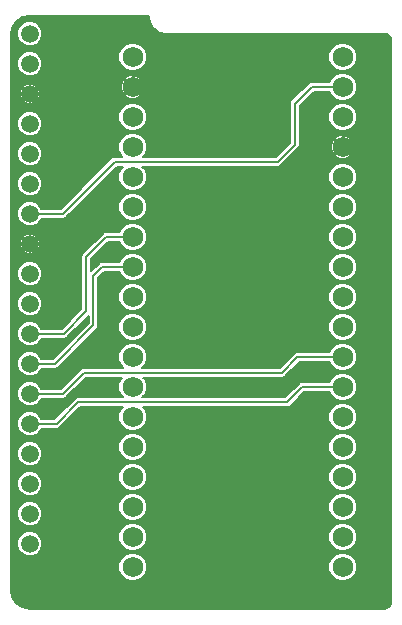
<source format=gbr>
G04 #@! TF.FileFunction,Copper,L2,Bot,Signal*
%FSLAX46Y46*%
G04 Gerber Fmt 4.6, Leading zero omitted, Abs format (unit mm)*
G04 Created by KiCad (PCBNEW 4.0.6-e0-6349~53~ubuntu14.04.1) date Thu Apr  6 14:21:28 2017*
%MOMM*%
%LPD*%
G01*
G04 APERTURE LIST*
%ADD10C,0.100000*%
%ADD11C,1.752600*%
%ADD12C,1.500000*%
%ADD13C,0.200000*%
G04 APERTURE END LIST*
D10*
D11*
X136710000Y-82880000D03*
X136710000Y-85420000D03*
X136710000Y-87960000D03*
X136710000Y-90500000D03*
X136710000Y-93040000D03*
X136710000Y-95580000D03*
X136710000Y-98120000D03*
X136710000Y-100660000D03*
X136710000Y-103200000D03*
X136710000Y-105740000D03*
X136710000Y-108280000D03*
X136710000Y-110820000D03*
X136710000Y-113360000D03*
X136710000Y-115900000D03*
X136710000Y-118440000D03*
X136710000Y-120980000D03*
X136710000Y-123520000D03*
X136710000Y-126060000D03*
X154490000Y-82880000D03*
X154490000Y-85420000D03*
X154490000Y-87960000D03*
X154490000Y-90500000D03*
X154490000Y-93040000D03*
X154490000Y-95580000D03*
X154490000Y-98120000D03*
X154490000Y-100660000D03*
X154490000Y-103200000D03*
X154490000Y-105740000D03*
X154490000Y-108280000D03*
X154490000Y-110820000D03*
X154490000Y-113360000D03*
X154490000Y-115900000D03*
X154490000Y-118440000D03*
X154490000Y-120980000D03*
X154490000Y-123520000D03*
X154490000Y-126060000D03*
D12*
X128000000Y-85990000D03*
X128000000Y-88530000D03*
X128000000Y-91070000D03*
X128000000Y-93610000D03*
X128000000Y-96150000D03*
X128000000Y-98690000D03*
X128000000Y-101230000D03*
X128000000Y-103770000D03*
X128000000Y-106310000D03*
X128000000Y-108850000D03*
X128000000Y-111390000D03*
X128000000Y-113930000D03*
X128000000Y-116470000D03*
X128000000Y-119010000D03*
X128000000Y-121550000D03*
X128000000Y-124090000D03*
X128000000Y-83450000D03*
X128000000Y-80910000D03*
D13*
X128000000Y-96150000D02*
X130800000Y-96150000D01*
X151880000Y-85420000D02*
X154490000Y-85420000D01*
X150450000Y-86850000D02*
X151880000Y-85420000D01*
X150450000Y-90300000D02*
X150450000Y-86850000D01*
X149000000Y-91750000D02*
X150450000Y-90300000D01*
X135200000Y-91750000D02*
X149000000Y-91750000D01*
X130800000Y-96150000D02*
X135200000Y-91750000D01*
X128000000Y-106310000D02*
X130890000Y-106310000D01*
X134480000Y-98120000D02*
X136710000Y-98120000D01*
X132800000Y-99800000D02*
X134480000Y-98120000D01*
X132800000Y-104400000D02*
X132800000Y-99800000D01*
X130890000Y-106310000D02*
X132800000Y-104400000D01*
X128000000Y-108850000D02*
X130150000Y-108850000D01*
X134140000Y-100660000D02*
X136710000Y-100660000D01*
X133400000Y-101400000D02*
X134140000Y-100660000D01*
X133400000Y-105600000D02*
X133400000Y-101400000D01*
X130150000Y-108850000D02*
X133400000Y-105600000D01*
X128000000Y-111390000D02*
X130810000Y-111390000D01*
X150670000Y-108280000D02*
X154490000Y-108280000D01*
X149350000Y-109600000D02*
X150670000Y-108280000D01*
X132600000Y-109600000D02*
X149350000Y-109600000D01*
X130810000Y-111390000D02*
X132600000Y-109600000D01*
X128000000Y-113930000D02*
X130270000Y-113930000D01*
X151080000Y-110820000D02*
X154490000Y-110820000D01*
X149800000Y-112100000D02*
X151080000Y-110820000D01*
X132100000Y-112100000D02*
X149800000Y-112100000D01*
X130270000Y-113930000D02*
X132100000Y-112100000D01*
G36*
X138037220Y-79410142D02*
X138068774Y-79431225D01*
X138089859Y-79462781D01*
X138112590Y-79577060D01*
X138188710Y-79959743D01*
X138247689Y-80102133D01*
X138464462Y-80426557D01*
X138518953Y-80481047D01*
X138573443Y-80535538D01*
X138897867Y-80752310D01*
X139040256Y-80811290D01*
X139040257Y-80811290D01*
X139422940Y-80887410D01*
X139461843Y-80887410D01*
X139500000Y-80895000D01*
X157961098Y-80895000D01*
X158228561Y-80948201D01*
X158422327Y-81077671D01*
X158551799Y-81271440D01*
X158605000Y-81538902D01*
X158605000Y-128961098D01*
X158551799Y-129228560D01*
X158422327Y-129422329D01*
X158228561Y-129551799D01*
X157961098Y-129605000D01*
X128038903Y-129605000D01*
X127388755Y-129475677D01*
X126870565Y-129129435D01*
X126524323Y-128611245D01*
X126395000Y-127961096D01*
X126395000Y-126296915D01*
X135513493Y-126296915D01*
X135695235Y-126736764D01*
X136031466Y-127073583D01*
X136470997Y-127256092D01*
X136946915Y-127256507D01*
X137386764Y-127074765D01*
X137723583Y-126738534D01*
X137906092Y-126299003D01*
X137906093Y-126296915D01*
X153293493Y-126296915D01*
X153475235Y-126736764D01*
X153811466Y-127073583D01*
X154250997Y-127256092D01*
X154726915Y-127256507D01*
X155166764Y-127074765D01*
X155503583Y-126738534D01*
X155686092Y-126299003D01*
X155686507Y-125823085D01*
X155504765Y-125383236D01*
X155168534Y-125046417D01*
X154729003Y-124863908D01*
X154253085Y-124863493D01*
X153813236Y-125045235D01*
X153476417Y-125381466D01*
X153293908Y-125820997D01*
X153293493Y-126296915D01*
X137906093Y-126296915D01*
X137906507Y-125823085D01*
X137724765Y-125383236D01*
X137388534Y-125046417D01*
X136949003Y-124863908D01*
X136473085Y-124863493D01*
X136033236Y-125045235D01*
X135696417Y-125381466D01*
X135513908Y-125820997D01*
X135513493Y-126296915D01*
X126395000Y-126296915D01*
X126395000Y-124301902D01*
X126929814Y-124301902D01*
X127092369Y-124695315D01*
X127393102Y-124996573D01*
X127786230Y-125159814D01*
X128211902Y-125160186D01*
X128605315Y-124997631D01*
X128906573Y-124696898D01*
X129069814Y-124303770D01*
X129070186Y-123878098D01*
X129020115Y-123756915D01*
X135513493Y-123756915D01*
X135695235Y-124196764D01*
X136031466Y-124533583D01*
X136470997Y-124716092D01*
X136946915Y-124716507D01*
X137386764Y-124534765D01*
X137723583Y-124198534D01*
X137906092Y-123759003D01*
X137906093Y-123756915D01*
X153293493Y-123756915D01*
X153475235Y-124196764D01*
X153811466Y-124533583D01*
X154250997Y-124716092D01*
X154726915Y-124716507D01*
X155166764Y-124534765D01*
X155503583Y-124198534D01*
X155686092Y-123759003D01*
X155686507Y-123283085D01*
X155504765Y-122843236D01*
X155168534Y-122506417D01*
X154729003Y-122323908D01*
X154253085Y-122323493D01*
X153813236Y-122505235D01*
X153476417Y-122841466D01*
X153293908Y-123280997D01*
X153293493Y-123756915D01*
X137906093Y-123756915D01*
X137906507Y-123283085D01*
X137724765Y-122843236D01*
X137388534Y-122506417D01*
X136949003Y-122323908D01*
X136473085Y-122323493D01*
X136033236Y-122505235D01*
X135696417Y-122841466D01*
X135513908Y-123280997D01*
X135513493Y-123756915D01*
X129020115Y-123756915D01*
X128907631Y-123484685D01*
X128606898Y-123183427D01*
X128213770Y-123020186D01*
X127788098Y-123019814D01*
X127394685Y-123182369D01*
X127093427Y-123483102D01*
X126930186Y-123876230D01*
X126929814Y-124301902D01*
X126395000Y-124301902D01*
X126395000Y-121761902D01*
X126929814Y-121761902D01*
X127092369Y-122155315D01*
X127393102Y-122456573D01*
X127786230Y-122619814D01*
X128211902Y-122620186D01*
X128605315Y-122457631D01*
X128906573Y-122156898D01*
X129069814Y-121763770D01*
X129070186Y-121338098D01*
X129020115Y-121216915D01*
X135513493Y-121216915D01*
X135695235Y-121656764D01*
X136031466Y-121993583D01*
X136470997Y-122176092D01*
X136946915Y-122176507D01*
X137386764Y-121994765D01*
X137723583Y-121658534D01*
X137906092Y-121219003D01*
X137906093Y-121216915D01*
X153293493Y-121216915D01*
X153475235Y-121656764D01*
X153811466Y-121993583D01*
X154250997Y-122176092D01*
X154726915Y-122176507D01*
X155166764Y-121994765D01*
X155503583Y-121658534D01*
X155686092Y-121219003D01*
X155686507Y-120743085D01*
X155504765Y-120303236D01*
X155168534Y-119966417D01*
X154729003Y-119783908D01*
X154253085Y-119783493D01*
X153813236Y-119965235D01*
X153476417Y-120301466D01*
X153293908Y-120740997D01*
X153293493Y-121216915D01*
X137906093Y-121216915D01*
X137906507Y-120743085D01*
X137724765Y-120303236D01*
X137388534Y-119966417D01*
X136949003Y-119783908D01*
X136473085Y-119783493D01*
X136033236Y-119965235D01*
X135696417Y-120301466D01*
X135513908Y-120740997D01*
X135513493Y-121216915D01*
X129020115Y-121216915D01*
X128907631Y-120944685D01*
X128606898Y-120643427D01*
X128213770Y-120480186D01*
X127788098Y-120479814D01*
X127394685Y-120642369D01*
X127093427Y-120943102D01*
X126930186Y-121336230D01*
X126929814Y-121761902D01*
X126395000Y-121761902D01*
X126395000Y-119221902D01*
X126929814Y-119221902D01*
X127092369Y-119615315D01*
X127393102Y-119916573D01*
X127786230Y-120079814D01*
X128211902Y-120080186D01*
X128605315Y-119917631D01*
X128906573Y-119616898D01*
X129069814Y-119223770D01*
X129070186Y-118798098D01*
X129020115Y-118676915D01*
X135513493Y-118676915D01*
X135695235Y-119116764D01*
X136031466Y-119453583D01*
X136470997Y-119636092D01*
X136946915Y-119636507D01*
X137386764Y-119454765D01*
X137723583Y-119118534D01*
X137906092Y-118679003D01*
X137906093Y-118676915D01*
X153293493Y-118676915D01*
X153475235Y-119116764D01*
X153811466Y-119453583D01*
X154250997Y-119636092D01*
X154726915Y-119636507D01*
X155166764Y-119454765D01*
X155503583Y-119118534D01*
X155686092Y-118679003D01*
X155686507Y-118203085D01*
X155504765Y-117763236D01*
X155168534Y-117426417D01*
X154729003Y-117243908D01*
X154253085Y-117243493D01*
X153813236Y-117425235D01*
X153476417Y-117761466D01*
X153293908Y-118200997D01*
X153293493Y-118676915D01*
X137906093Y-118676915D01*
X137906507Y-118203085D01*
X137724765Y-117763236D01*
X137388534Y-117426417D01*
X136949003Y-117243908D01*
X136473085Y-117243493D01*
X136033236Y-117425235D01*
X135696417Y-117761466D01*
X135513908Y-118200997D01*
X135513493Y-118676915D01*
X129020115Y-118676915D01*
X128907631Y-118404685D01*
X128606898Y-118103427D01*
X128213770Y-117940186D01*
X127788098Y-117939814D01*
X127394685Y-118102369D01*
X127093427Y-118403102D01*
X126930186Y-118796230D01*
X126929814Y-119221902D01*
X126395000Y-119221902D01*
X126395000Y-116681902D01*
X126929814Y-116681902D01*
X127092369Y-117075315D01*
X127393102Y-117376573D01*
X127786230Y-117539814D01*
X128211902Y-117540186D01*
X128605315Y-117377631D01*
X128906573Y-117076898D01*
X129069814Y-116683770D01*
X129070186Y-116258098D01*
X129020115Y-116136915D01*
X135513493Y-116136915D01*
X135695235Y-116576764D01*
X136031466Y-116913583D01*
X136470997Y-117096092D01*
X136946915Y-117096507D01*
X137386764Y-116914765D01*
X137723583Y-116578534D01*
X137906092Y-116139003D01*
X137906093Y-116136915D01*
X153293493Y-116136915D01*
X153475235Y-116576764D01*
X153811466Y-116913583D01*
X154250997Y-117096092D01*
X154726915Y-117096507D01*
X155166764Y-116914765D01*
X155503583Y-116578534D01*
X155686092Y-116139003D01*
X155686507Y-115663085D01*
X155504765Y-115223236D01*
X155168534Y-114886417D01*
X154729003Y-114703908D01*
X154253085Y-114703493D01*
X153813236Y-114885235D01*
X153476417Y-115221466D01*
X153293908Y-115660997D01*
X153293493Y-116136915D01*
X137906093Y-116136915D01*
X137906507Y-115663085D01*
X137724765Y-115223236D01*
X137388534Y-114886417D01*
X136949003Y-114703908D01*
X136473085Y-114703493D01*
X136033236Y-114885235D01*
X135696417Y-115221466D01*
X135513908Y-115660997D01*
X135513493Y-116136915D01*
X129020115Y-116136915D01*
X128907631Y-115864685D01*
X128606898Y-115563427D01*
X128213770Y-115400186D01*
X127788098Y-115399814D01*
X127394685Y-115562369D01*
X127093427Y-115863102D01*
X126930186Y-116256230D01*
X126929814Y-116681902D01*
X126395000Y-116681902D01*
X126395000Y-111601902D01*
X126929814Y-111601902D01*
X127092369Y-111995315D01*
X127393102Y-112296573D01*
X127786230Y-112459814D01*
X128211902Y-112460186D01*
X128605315Y-112297631D01*
X128906573Y-111996898D01*
X128984180Y-111810000D01*
X130810000Y-111810000D01*
X130970727Y-111778029D01*
X131106985Y-111686985D01*
X132773970Y-110020000D01*
X135818095Y-110020000D01*
X135696417Y-110141466D01*
X135513908Y-110580997D01*
X135513493Y-111056915D01*
X135695235Y-111496764D01*
X135878151Y-111680000D01*
X132100000Y-111680000D01*
X131939273Y-111711971D01*
X131803015Y-111803015D01*
X130096030Y-113510000D01*
X128984202Y-113510000D01*
X128907631Y-113324685D01*
X128606898Y-113023427D01*
X128213770Y-112860186D01*
X127788098Y-112859814D01*
X127394685Y-113022369D01*
X127093427Y-113323102D01*
X126930186Y-113716230D01*
X126929814Y-114141902D01*
X127092369Y-114535315D01*
X127393102Y-114836573D01*
X127786230Y-114999814D01*
X128211902Y-115000186D01*
X128605315Y-114837631D01*
X128906573Y-114536898D01*
X128984180Y-114350000D01*
X130270000Y-114350000D01*
X130430727Y-114318029D01*
X130566985Y-114226985D01*
X132273970Y-112520000D01*
X135858165Y-112520000D01*
X135696417Y-112681466D01*
X135513908Y-113120997D01*
X135513493Y-113596915D01*
X135695235Y-114036764D01*
X136031466Y-114373583D01*
X136470997Y-114556092D01*
X136946915Y-114556507D01*
X137386764Y-114374765D01*
X137723583Y-114038534D01*
X137906092Y-113599003D01*
X137906093Y-113596915D01*
X153293493Y-113596915D01*
X153475235Y-114036764D01*
X153811466Y-114373583D01*
X154250997Y-114556092D01*
X154726915Y-114556507D01*
X155166764Y-114374765D01*
X155503583Y-114038534D01*
X155686092Y-113599003D01*
X155686507Y-113123085D01*
X155504765Y-112683236D01*
X155168534Y-112346417D01*
X154729003Y-112163908D01*
X154253085Y-112163493D01*
X153813236Y-112345235D01*
X153476417Y-112681466D01*
X153293908Y-113120997D01*
X153293493Y-113596915D01*
X137906093Y-113596915D01*
X137906507Y-113123085D01*
X137724765Y-112683236D01*
X137561814Y-112520000D01*
X149800000Y-112520000D01*
X149960727Y-112488029D01*
X150096985Y-112396985D01*
X151253970Y-111240000D01*
X153369142Y-111240000D01*
X153475235Y-111496764D01*
X153811466Y-111833583D01*
X154250997Y-112016092D01*
X154726915Y-112016507D01*
X155166764Y-111834765D01*
X155503583Y-111498534D01*
X155686092Y-111059003D01*
X155686507Y-110583085D01*
X155504765Y-110143236D01*
X155168534Y-109806417D01*
X154729003Y-109623908D01*
X154253085Y-109623493D01*
X153813236Y-109805235D01*
X153476417Y-110141466D01*
X153369064Y-110400000D01*
X151080000Y-110400000D01*
X150919273Y-110431971D01*
X150783015Y-110523015D01*
X149626030Y-111680000D01*
X137541800Y-111680000D01*
X137723583Y-111498534D01*
X137906092Y-111059003D01*
X137906507Y-110583085D01*
X137724765Y-110143236D01*
X137601744Y-110020000D01*
X149350000Y-110020000D01*
X149510727Y-109988029D01*
X149646985Y-109896985D01*
X150843970Y-108700000D01*
X153369142Y-108700000D01*
X153475235Y-108956764D01*
X153811466Y-109293583D01*
X154250997Y-109476092D01*
X154726915Y-109476507D01*
X155166764Y-109294765D01*
X155503583Y-108958534D01*
X155686092Y-108519003D01*
X155686507Y-108043085D01*
X155504765Y-107603236D01*
X155168534Y-107266417D01*
X154729003Y-107083908D01*
X154253085Y-107083493D01*
X153813236Y-107265235D01*
X153476417Y-107601466D01*
X153369064Y-107860000D01*
X150670000Y-107860000D01*
X150509273Y-107891971D01*
X150373015Y-107983015D01*
X149176030Y-109180000D01*
X137501730Y-109180000D01*
X137723583Y-108958534D01*
X137906092Y-108519003D01*
X137906507Y-108043085D01*
X137724765Y-107603236D01*
X137388534Y-107266417D01*
X136949003Y-107083908D01*
X136473085Y-107083493D01*
X136033236Y-107265235D01*
X135696417Y-107601466D01*
X135513908Y-108040997D01*
X135513493Y-108516915D01*
X135695235Y-108956764D01*
X135918081Y-109180000D01*
X132600000Y-109180000D01*
X132439273Y-109211971D01*
X132303015Y-109303015D01*
X130636030Y-110970000D01*
X128984202Y-110970000D01*
X128907631Y-110784685D01*
X128606898Y-110483427D01*
X128213770Y-110320186D01*
X127788098Y-110319814D01*
X127394685Y-110482369D01*
X127093427Y-110783102D01*
X126930186Y-111176230D01*
X126929814Y-111601902D01*
X126395000Y-111601902D01*
X126395000Y-106521902D01*
X126929814Y-106521902D01*
X127092369Y-106915315D01*
X127393102Y-107216573D01*
X127786230Y-107379814D01*
X128211902Y-107380186D01*
X128605315Y-107217631D01*
X128906573Y-106916898D01*
X128984180Y-106730000D01*
X130890000Y-106730000D01*
X131050727Y-106698029D01*
X131186985Y-106606985D01*
X132980000Y-104813970D01*
X132980000Y-105426030D01*
X129976030Y-108430000D01*
X128984202Y-108430000D01*
X128907631Y-108244685D01*
X128606898Y-107943427D01*
X128213770Y-107780186D01*
X127788098Y-107779814D01*
X127394685Y-107942369D01*
X127093427Y-108243102D01*
X126930186Y-108636230D01*
X126929814Y-109061902D01*
X127092369Y-109455315D01*
X127393102Y-109756573D01*
X127786230Y-109919814D01*
X128211902Y-109920186D01*
X128605315Y-109757631D01*
X128906573Y-109456898D01*
X128984180Y-109270000D01*
X130150000Y-109270000D01*
X130310727Y-109238029D01*
X130446985Y-109146985D01*
X133617055Y-105976915D01*
X135513493Y-105976915D01*
X135695235Y-106416764D01*
X136031466Y-106753583D01*
X136470997Y-106936092D01*
X136946915Y-106936507D01*
X137386764Y-106754765D01*
X137723583Y-106418534D01*
X137906092Y-105979003D01*
X137906093Y-105976915D01*
X153293493Y-105976915D01*
X153475235Y-106416764D01*
X153811466Y-106753583D01*
X154250997Y-106936092D01*
X154726915Y-106936507D01*
X155166764Y-106754765D01*
X155503583Y-106418534D01*
X155686092Y-105979003D01*
X155686507Y-105503085D01*
X155504765Y-105063236D01*
X155168534Y-104726417D01*
X154729003Y-104543908D01*
X154253085Y-104543493D01*
X153813236Y-104725235D01*
X153476417Y-105061466D01*
X153293908Y-105500997D01*
X153293493Y-105976915D01*
X137906093Y-105976915D01*
X137906507Y-105503085D01*
X137724765Y-105063236D01*
X137388534Y-104726417D01*
X136949003Y-104543908D01*
X136473085Y-104543493D01*
X136033236Y-104725235D01*
X135696417Y-105061466D01*
X135513908Y-105500997D01*
X135513493Y-105976915D01*
X133617055Y-105976915D01*
X133696985Y-105896985D01*
X133788029Y-105760727D01*
X133820000Y-105600000D01*
X133820000Y-103436915D01*
X135513493Y-103436915D01*
X135695235Y-103876764D01*
X136031466Y-104213583D01*
X136470997Y-104396092D01*
X136946915Y-104396507D01*
X137386764Y-104214765D01*
X137723583Y-103878534D01*
X137906092Y-103439003D01*
X137906093Y-103436915D01*
X153293493Y-103436915D01*
X153475235Y-103876764D01*
X153811466Y-104213583D01*
X154250997Y-104396092D01*
X154726915Y-104396507D01*
X155166764Y-104214765D01*
X155503583Y-103878534D01*
X155686092Y-103439003D01*
X155686507Y-102963085D01*
X155504765Y-102523236D01*
X155168534Y-102186417D01*
X154729003Y-102003908D01*
X154253085Y-102003493D01*
X153813236Y-102185235D01*
X153476417Y-102521466D01*
X153293908Y-102960997D01*
X153293493Y-103436915D01*
X137906093Y-103436915D01*
X137906507Y-102963085D01*
X137724765Y-102523236D01*
X137388534Y-102186417D01*
X136949003Y-102003908D01*
X136473085Y-102003493D01*
X136033236Y-102185235D01*
X135696417Y-102521466D01*
X135513908Y-102960997D01*
X135513493Y-103436915D01*
X133820000Y-103436915D01*
X133820000Y-101573970D01*
X134313970Y-101080000D01*
X135589142Y-101080000D01*
X135695235Y-101336764D01*
X136031466Y-101673583D01*
X136470997Y-101856092D01*
X136946915Y-101856507D01*
X137386764Y-101674765D01*
X137723583Y-101338534D01*
X137906092Y-100899003D01*
X137906093Y-100896915D01*
X153293493Y-100896915D01*
X153475235Y-101336764D01*
X153811466Y-101673583D01*
X154250997Y-101856092D01*
X154726915Y-101856507D01*
X155166764Y-101674765D01*
X155503583Y-101338534D01*
X155686092Y-100899003D01*
X155686507Y-100423085D01*
X155504765Y-99983236D01*
X155168534Y-99646417D01*
X154729003Y-99463908D01*
X154253085Y-99463493D01*
X153813236Y-99645235D01*
X153476417Y-99981466D01*
X153293908Y-100420997D01*
X153293493Y-100896915D01*
X137906093Y-100896915D01*
X137906507Y-100423085D01*
X137724765Y-99983236D01*
X137388534Y-99646417D01*
X136949003Y-99463908D01*
X136473085Y-99463493D01*
X136033236Y-99645235D01*
X135696417Y-99981466D01*
X135589064Y-100240000D01*
X134140000Y-100240000D01*
X133979273Y-100271971D01*
X133843015Y-100363015D01*
X133220000Y-100986030D01*
X133220000Y-99973970D01*
X134653970Y-98540000D01*
X135589142Y-98540000D01*
X135695235Y-98796764D01*
X136031466Y-99133583D01*
X136470997Y-99316092D01*
X136946915Y-99316507D01*
X137386764Y-99134765D01*
X137723583Y-98798534D01*
X137906092Y-98359003D01*
X137906093Y-98356915D01*
X153293493Y-98356915D01*
X153475235Y-98796764D01*
X153811466Y-99133583D01*
X154250997Y-99316092D01*
X154726915Y-99316507D01*
X155166764Y-99134765D01*
X155503583Y-98798534D01*
X155686092Y-98359003D01*
X155686507Y-97883085D01*
X155504765Y-97443236D01*
X155168534Y-97106417D01*
X154729003Y-96923908D01*
X154253085Y-96923493D01*
X153813236Y-97105235D01*
X153476417Y-97441466D01*
X153293908Y-97880997D01*
X153293493Y-98356915D01*
X137906093Y-98356915D01*
X137906507Y-97883085D01*
X137724765Y-97443236D01*
X137388534Y-97106417D01*
X136949003Y-96923908D01*
X136473085Y-96923493D01*
X136033236Y-97105235D01*
X135696417Y-97441466D01*
X135589064Y-97700000D01*
X134480000Y-97700000D01*
X134319273Y-97731971D01*
X134183015Y-97823015D01*
X132503015Y-99503015D01*
X132411971Y-99639273D01*
X132380000Y-99800000D01*
X132380000Y-104226030D01*
X130716030Y-105890000D01*
X128984202Y-105890000D01*
X128907631Y-105704685D01*
X128606898Y-105403427D01*
X128213770Y-105240186D01*
X127788098Y-105239814D01*
X127394685Y-105402369D01*
X127093427Y-105703102D01*
X126930186Y-106096230D01*
X126929814Y-106521902D01*
X126395000Y-106521902D01*
X126395000Y-103981902D01*
X126929814Y-103981902D01*
X127092369Y-104375315D01*
X127393102Y-104676573D01*
X127786230Y-104839814D01*
X128211902Y-104840186D01*
X128605315Y-104677631D01*
X128906573Y-104376898D01*
X129069814Y-103983770D01*
X129070186Y-103558098D01*
X128907631Y-103164685D01*
X128606898Y-102863427D01*
X128213770Y-102700186D01*
X127788098Y-102699814D01*
X127394685Y-102862369D01*
X127093427Y-103163102D01*
X126930186Y-103556230D01*
X126929814Y-103981902D01*
X126395000Y-103981902D01*
X126395000Y-101441902D01*
X126929814Y-101441902D01*
X127092369Y-101835315D01*
X127393102Y-102136573D01*
X127786230Y-102299814D01*
X128211902Y-102300186D01*
X128605315Y-102137631D01*
X128906573Y-101836898D01*
X129069814Y-101443770D01*
X129070186Y-101018098D01*
X128907631Y-100624685D01*
X128606898Y-100323427D01*
X128213770Y-100160186D01*
X127788098Y-100159814D01*
X127394685Y-100322369D01*
X127093427Y-100623102D01*
X126930186Y-101016230D01*
X126929814Y-101441902D01*
X126395000Y-101441902D01*
X126395000Y-99302553D01*
X127422802Y-99302553D01*
X127511032Y-99405539D01*
X127822078Y-99538192D01*
X128160210Y-99541715D01*
X128473952Y-99415573D01*
X128488968Y-99405539D01*
X128577198Y-99302553D01*
X128000000Y-98725355D01*
X127422802Y-99302553D01*
X126395000Y-99302553D01*
X126395000Y-98850210D01*
X127148285Y-98850210D01*
X127274427Y-99163952D01*
X127284461Y-99178968D01*
X127387447Y-99267198D01*
X127964645Y-98690000D01*
X128035355Y-98690000D01*
X128612553Y-99267198D01*
X128715539Y-99178968D01*
X128848192Y-98867922D01*
X128851715Y-98529790D01*
X128725573Y-98216048D01*
X128715539Y-98201032D01*
X128612553Y-98112802D01*
X128035355Y-98690000D01*
X127964645Y-98690000D01*
X127387447Y-98112802D01*
X127284461Y-98201032D01*
X127151808Y-98512078D01*
X127148285Y-98850210D01*
X126395000Y-98850210D01*
X126395000Y-98077447D01*
X127422802Y-98077447D01*
X128000000Y-98654645D01*
X128577198Y-98077447D01*
X128488968Y-97974461D01*
X128177922Y-97841808D01*
X127839790Y-97838285D01*
X127526048Y-97964427D01*
X127511032Y-97974461D01*
X127422802Y-98077447D01*
X126395000Y-98077447D01*
X126395000Y-96361902D01*
X126929814Y-96361902D01*
X127092369Y-96755315D01*
X127393102Y-97056573D01*
X127786230Y-97219814D01*
X128211902Y-97220186D01*
X128605315Y-97057631D01*
X128906573Y-96756898D01*
X128984180Y-96570000D01*
X130800000Y-96570000D01*
X130960727Y-96538029D01*
X131096985Y-96446985D01*
X131727055Y-95816915D01*
X135513493Y-95816915D01*
X135695235Y-96256764D01*
X136031466Y-96593583D01*
X136470997Y-96776092D01*
X136946915Y-96776507D01*
X137386764Y-96594765D01*
X137723583Y-96258534D01*
X137906092Y-95819003D01*
X137906093Y-95816915D01*
X153293493Y-95816915D01*
X153475235Y-96256764D01*
X153811466Y-96593583D01*
X154250997Y-96776092D01*
X154726915Y-96776507D01*
X155166764Y-96594765D01*
X155503583Y-96258534D01*
X155686092Y-95819003D01*
X155686507Y-95343085D01*
X155504765Y-94903236D01*
X155168534Y-94566417D01*
X154729003Y-94383908D01*
X154253085Y-94383493D01*
X153813236Y-94565235D01*
X153476417Y-94901466D01*
X153293908Y-95340997D01*
X153293493Y-95816915D01*
X137906093Y-95816915D01*
X137906507Y-95343085D01*
X137724765Y-94903236D01*
X137388534Y-94566417D01*
X136949003Y-94383908D01*
X136473085Y-94383493D01*
X136033236Y-94565235D01*
X135696417Y-94901466D01*
X135513908Y-95340997D01*
X135513493Y-95816915D01*
X131727055Y-95816915D01*
X135373970Y-92170000D01*
X135888218Y-92170000D01*
X135696417Y-92361466D01*
X135513908Y-92800997D01*
X135513493Y-93276915D01*
X135695235Y-93716764D01*
X136031466Y-94053583D01*
X136470997Y-94236092D01*
X136946915Y-94236507D01*
X137386764Y-94054765D01*
X137723583Y-93718534D01*
X137906092Y-93279003D01*
X137906093Y-93276915D01*
X153293493Y-93276915D01*
X153475235Y-93716764D01*
X153811466Y-94053583D01*
X154250997Y-94236092D01*
X154726915Y-94236507D01*
X155166764Y-94054765D01*
X155503583Y-93718534D01*
X155686092Y-93279003D01*
X155686507Y-92803085D01*
X155504765Y-92363236D01*
X155168534Y-92026417D01*
X154729003Y-91843908D01*
X154253085Y-91843493D01*
X153813236Y-92025235D01*
X153476417Y-92361466D01*
X153293908Y-92800997D01*
X153293493Y-93276915D01*
X137906093Y-93276915D01*
X137906507Y-92803085D01*
X137724765Y-92363236D01*
X137531866Y-92170000D01*
X149000000Y-92170000D01*
X149160727Y-92138029D01*
X149296985Y-92046985D01*
X150140325Y-91203645D01*
X153821710Y-91203645D01*
X153925312Y-91319758D01*
X154282005Y-91473454D01*
X154670362Y-91478951D01*
X155031261Y-91335411D01*
X155054688Y-91319758D01*
X155158290Y-91203645D01*
X154490000Y-90535355D01*
X153821710Y-91203645D01*
X150140325Y-91203645D01*
X150663608Y-90680362D01*
X153511049Y-90680362D01*
X153654589Y-91041261D01*
X153670242Y-91064688D01*
X153786355Y-91168290D01*
X154454645Y-90500000D01*
X154525355Y-90500000D01*
X155193645Y-91168290D01*
X155309758Y-91064688D01*
X155463454Y-90707995D01*
X155468951Y-90319638D01*
X155325411Y-89958739D01*
X155309758Y-89935312D01*
X155193645Y-89831710D01*
X154525355Y-90500000D01*
X154454645Y-90500000D01*
X153786355Y-89831710D01*
X153670242Y-89935312D01*
X153516546Y-90292005D01*
X153511049Y-90680362D01*
X150663608Y-90680362D01*
X150746985Y-90596985D01*
X150838029Y-90460727D01*
X150870000Y-90300000D01*
X150870000Y-89796355D01*
X153821710Y-89796355D01*
X154490000Y-90464645D01*
X155158290Y-89796355D01*
X155054688Y-89680242D01*
X154697995Y-89526546D01*
X154309638Y-89521049D01*
X153948739Y-89664589D01*
X153925312Y-89680242D01*
X153821710Y-89796355D01*
X150870000Y-89796355D01*
X150870000Y-88196915D01*
X153293493Y-88196915D01*
X153475235Y-88636764D01*
X153811466Y-88973583D01*
X154250997Y-89156092D01*
X154726915Y-89156507D01*
X155166764Y-88974765D01*
X155503583Y-88638534D01*
X155686092Y-88199003D01*
X155686507Y-87723085D01*
X155504765Y-87283236D01*
X155168534Y-86946417D01*
X154729003Y-86763908D01*
X154253085Y-86763493D01*
X153813236Y-86945235D01*
X153476417Y-87281466D01*
X153293908Y-87720997D01*
X153293493Y-88196915D01*
X150870000Y-88196915D01*
X150870000Y-87023970D01*
X152053970Y-85840000D01*
X153369142Y-85840000D01*
X153475235Y-86096764D01*
X153811466Y-86433583D01*
X154250997Y-86616092D01*
X154726915Y-86616507D01*
X155166764Y-86434765D01*
X155503583Y-86098534D01*
X155686092Y-85659003D01*
X155686507Y-85183085D01*
X155504765Y-84743236D01*
X155168534Y-84406417D01*
X154729003Y-84223908D01*
X154253085Y-84223493D01*
X153813236Y-84405235D01*
X153476417Y-84741466D01*
X153369064Y-85000000D01*
X151880000Y-85000000D01*
X151719273Y-85031971D01*
X151583015Y-85123015D01*
X150153015Y-86553015D01*
X150061971Y-86689273D01*
X150030000Y-86850000D01*
X150030000Y-90126030D01*
X148826030Y-91330000D01*
X137571852Y-91330000D01*
X137723583Y-91178534D01*
X137906092Y-90739003D01*
X137906507Y-90263085D01*
X137724765Y-89823236D01*
X137388534Y-89486417D01*
X136949003Y-89303908D01*
X136473085Y-89303493D01*
X136033236Y-89485235D01*
X135696417Y-89821466D01*
X135513908Y-90260997D01*
X135513493Y-90736915D01*
X135695235Y-91176764D01*
X135848203Y-91330000D01*
X135200000Y-91330000D01*
X135039273Y-91361971D01*
X134903015Y-91453015D01*
X130626030Y-95730000D01*
X128984202Y-95730000D01*
X128907631Y-95544685D01*
X128606898Y-95243427D01*
X128213770Y-95080186D01*
X127788098Y-95079814D01*
X127394685Y-95242369D01*
X127093427Y-95543102D01*
X126930186Y-95936230D01*
X126929814Y-96361902D01*
X126395000Y-96361902D01*
X126395000Y-93821902D01*
X126929814Y-93821902D01*
X127092369Y-94215315D01*
X127393102Y-94516573D01*
X127786230Y-94679814D01*
X128211902Y-94680186D01*
X128605315Y-94517631D01*
X128906573Y-94216898D01*
X129069814Y-93823770D01*
X129070186Y-93398098D01*
X128907631Y-93004685D01*
X128606898Y-92703427D01*
X128213770Y-92540186D01*
X127788098Y-92539814D01*
X127394685Y-92702369D01*
X127093427Y-93003102D01*
X126930186Y-93396230D01*
X126929814Y-93821902D01*
X126395000Y-93821902D01*
X126395000Y-91281902D01*
X126929814Y-91281902D01*
X127092369Y-91675315D01*
X127393102Y-91976573D01*
X127786230Y-92139814D01*
X128211902Y-92140186D01*
X128605315Y-91977631D01*
X128906573Y-91676898D01*
X129069814Y-91283770D01*
X129070186Y-90858098D01*
X128907631Y-90464685D01*
X128606898Y-90163427D01*
X128213770Y-90000186D01*
X127788098Y-89999814D01*
X127394685Y-90162369D01*
X127093427Y-90463102D01*
X126930186Y-90856230D01*
X126929814Y-91281902D01*
X126395000Y-91281902D01*
X126395000Y-88741902D01*
X126929814Y-88741902D01*
X127092369Y-89135315D01*
X127393102Y-89436573D01*
X127786230Y-89599814D01*
X128211902Y-89600186D01*
X128605315Y-89437631D01*
X128906573Y-89136898D01*
X129069814Y-88743770D01*
X129070186Y-88318098D01*
X129020115Y-88196915D01*
X135513493Y-88196915D01*
X135695235Y-88636764D01*
X136031466Y-88973583D01*
X136470997Y-89156092D01*
X136946915Y-89156507D01*
X137386764Y-88974765D01*
X137723583Y-88638534D01*
X137906092Y-88199003D01*
X137906507Y-87723085D01*
X137724765Y-87283236D01*
X137388534Y-86946417D01*
X136949003Y-86763908D01*
X136473085Y-86763493D01*
X136033236Y-86945235D01*
X135696417Y-87281466D01*
X135513908Y-87720997D01*
X135513493Y-88196915D01*
X129020115Y-88196915D01*
X128907631Y-87924685D01*
X128606898Y-87623427D01*
X128213770Y-87460186D01*
X127788098Y-87459814D01*
X127394685Y-87622369D01*
X127093427Y-87923102D01*
X126930186Y-88316230D01*
X126929814Y-88741902D01*
X126395000Y-88741902D01*
X126395000Y-86602553D01*
X127422802Y-86602553D01*
X127511032Y-86705539D01*
X127822078Y-86838192D01*
X128160210Y-86841715D01*
X128473952Y-86715573D01*
X128488968Y-86705539D01*
X128577198Y-86602553D01*
X128000000Y-86025355D01*
X127422802Y-86602553D01*
X126395000Y-86602553D01*
X126395000Y-86150210D01*
X127148285Y-86150210D01*
X127274427Y-86463952D01*
X127284461Y-86478968D01*
X127387447Y-86567198D01*
X127964645Y-85990000D01*
X128035355Y-85990000D01*
X128612553Y-86567198D01*
X128715539Y-86478968D01*
X128848192Y-86167922D01*
X128848653Y-86123645D01*
X136041710Y-86123645D01*
X136145312Y-86239758D01*
X136502005Y-86393454D01*
X136890362Y-86398951D01*
X137251261Y-86255411D01*
X137274688Y-86239758D01*
X137378290Y-86123645D01*
X136710000Y-85455355D01*
X136041710Y-86123645D01*
X128848653Y-86123645D01*
X128851715Y-85829790D01*
X128759472Y-85600362D01*
X135731049Y-85600362D01*
X135874589Y-85961261D01*
X135890242Y-85984688D01*
X136006355Y-86088290D01*
X136674645Y-85420000D01*
X136745355Y-85420000D01*
X137413645Y-86088290D01*
X137529758Y-85984688D01*
X137683454Y-85627995D01*
X137688951Y-85239638D01*
X137545411Y-84878739D01*
X137529758Y-84855312D01*
X137413645Y-84751710D01*
X136745355Y-85420000D01*
X136674645Y-85420000D01*
X136006355Y-84751710D01*
X135890242Y-84855312D01*
X135736546Y-85212005D01*
X135731049Y-85600362D01*
X128759472Y-85600362D01*
X128725573Y-85516048D01*
X128715539Y-85501032D01*
X128612553Y-85412802D01*
X128035355Y-85990000D01*
X127964645Y-85990000D01*
X127387447Y-85412802D01*
X127284461Y-85501032D01*
X127151808Y-85812078D01*
X127148285Y-86150210D01*
X126395000Y-86150210D01*
X126395000Y-85377447D01*
X127422802Y-85377447D01*
X128000000Y-85954645D01*
X128577198Y-85377447D01*
X128488968Y-85274461D01*
X128177922Y-85141808D01*
X127839790Y-85138285D01*
X127526048Y-85264427D01*
X127511032Y-85274461D01*
X127422802Y-85377447D01*
X126395000Y-85377447D01*
X126395000Y-84716355D01*
X136041710Y-84716355D01*
X136710000Y-85384645D01*
X137378290Y-84716355D01*
X137274688Y-84600242D01*
X136917995Y-84446546D01*
X136529638Y-84441049D01*
X136168739Y-84584589D01*
X136145312Y-84600242D01*
X136041710Y-84716355D01*
X126395000Y-84716355D01*
X126395000Y-83661902D01*
X126929814Y-83661902D01*
X127092369Y-84055315D01*
X127393102Y-84356573D01*
X127786230Y-84519814D01*
X128211902Y-84520186D01*
X128605315Y-84357631D01*
X128906573Y-84056898D01*
X129069814Y-83663770D01*
X129070186Y-83238098D01*
X129020115Y-83116915D01*
X135513493Y-83116915D01*
X135695235Y-83556764D01*
X136031466Y-83893583D01*
X136470997Y-84076092D01*
X136946915Y-84076507D01*
X137386764Y-83894765D01*
X137723583Y-83558534D01*
X137906092Y-83119003D01*
X137906093Y-83116915D01*
X153293493Y-83116915D01*
X153475235Y-83556764D01*
X153811466Y-83893583D01*
X154250997Y-84076092D01*
X154726915Y-84076507D01*
X155166764Y-83894765D01*
X155503583Y-83558534D01*
X155686092Y-83119003D01*
X155686507Y-82643085D01*
X155504765Y-82203236D01*
X155168534Y-81866417D01*
X154729003Y-81683908D01*
X154253085Y-81683493D01*
X153813236Y-81865235D01*
X153476417Y-82201466D01*
X153293908Y-82640997D01*
X153293493Y-83116915D01*
X137906093Y-83116915D01*
X137906507Y-82643085D01*
X137724765Y-82203236D01*
X137388534Y-81866417D01*
X136949003Y-81683908D01*
X136473085Y-81683493D01*
X136033236Y-81865235D01*
X135696417Y-82201466D01*
X135513908Y-82640997D01*
X135513493Y-83116915D01*
X129020115Y-83116915D01*
X128907631Y-82844685D01*
X128606898Y-82543427D01*
X128213770Y-82380186D01*
X127788098Y-82379814D01*
X127394685Y-82542369D01*
X127093427Y-82843102D01*
X126930186Y-83236230D01*
X126929814Y-83661902D01*
X126395000Y-83661902D01*
X126395000Y-81121902D01*
X126929814Y-81121902D01*
X127092369Y-81515315D01*
X127393102Y-81816573D01*
X127786230Y-81979814D01*
X128211902Y-81980186D01*
X128605315Y-81817631D01*
X128906573Y-81516898D01*
X129069814Y-81123770D01*
X129070186Y-80698098D01*
X128907631Y-80304685D01*
X128606898Y-80003427D01*
X128213770Y-79840186D01*
X127788098Y-79839814D01*
X127394685Y-80002369D01*
X127093427Y-80303102D01*
X126930186Y-80696230D01*
X126929814Y-81121902D01*
X126395000Y-81121902D01*
X126395000Y-81038904D01*
X126524323Y-80388755D01*
X126870565Y-79870565D01*
X127388755Y-79524323D01*
X128038903Y-79395000D01*
X137961098Y-79395000D01*
X138037220Y-79410142D01*
X138037220Y-79410142D01*
G37*
X138037220Y-79410142D02*
X138068774Y-79431225D01*
X138089859Y-79462781D01*
X138112590Y-79577060D01*
X138188710Y-79959743D01*
X138247689Y-80102133D01*
X138464462Y-80426557D01*
X138518953Y-80481047D01*
X138573443Y-80535538D01*
X138897867Y-80752310D01*
X139040256Y-80811290D01*
X139040257Y-80811290D01*
X139422940Y-80887410D01*
X139461843Y-80887410D01*
X139500000Y-80895000D01*
X157961098Y-80895000D01*
X158228561Y-80948201D01*
X158422327Y-81077671D01*
X158551799Y-81271440D01*
X158605000Y-81538902D01*
X158605000Y-128961098D01*
X158551799Y-129228560D01*
X158422327Y-129422329D01*
X158228561Y-129551799D01*
X157961098Y-129605000D01*
X128038903Y-129605000D01*
X127388755Y-129475677D01*
X126870565Y-129129435D01*
X126524323Y-128611245D01*
X126395000Y-127961096D01*
X126395000Y-126296915D01*
X135513493Y-126296915D01*
X135695235Y-126736764D01*
X136031466Y-127073583D01*
X136470997Y-127256092D01*
X136946915Y-127256507D01*
X137386764Y-127074765D01*
X137723583Y-126738534D01*
X137906092Y-126299003D01*
X137906093Y-126296915D01*
X153293493Y-126296915D01*
X153475235Y-126736764D01*
X153811466Y-127073583D01*
X154250997Y-127256092D01*
X154726915Y-127256507D01*
X155166764Y-127074765D01*
X155503583Y-126738534D01*
X155686092Y-126299003D01*
X155686507Y-125823085D01*
X155504765Y-125383236D01*
X155168534Y-125046417D01*
X154729003Y-124863908D01*
X154253085Y-124863493D01*
X153813236Y-125045235D01*
X153476417Y-125381466D01*
X153293908Y-125820997D01*
X153293493Y-126296915D01*
X137906093Y-126296915D01*
X137906507Y-125823085D01*
X137724765Y-125383236D01*
X137388534Y-125046417D01*
X136949003Y-124863908D01*
X136473085Y-124863493D01*
X136033236Y-125045235D01*
X135696417Y-125381466D01*
X135513908Y-125820997D01*
X135513493Y-126296915D01*
X126395000Y-126296915D01*
X126395000Y-124301902D01*
X126929814Y-124301902D01*
X127092369Y-124695315D01*
X127393102Y-124996573D01*
X127786230Y-125159814D01*
X128211902Y-125160186D01*
X128605315Y-124997631D01*
X128906573Y-124696898D01*
X129069814Y-124303770D01*
X129070186Y-123878098D01*
X129020115Y-123756915D01*
X135513493Y-123756915D01*
X135695235Y-124196764D01*
X136031466Y-124533583D01*
X136470997Y-124716092D01*
X136946915Y-124716507D01*
X137386764Y-124534765D01*
X137723583Y-124198534D01*
X137906092Y-123759003D01*
X137906093Y-123756915D01*
X153293493Y-123756915D01*
X153475235Y-124196764D01*
X153811466Y-124533583D01*
X154250997Y-124716092D01*
X154726915Y-124716507D01*
X155166764Y-124534765D01*
X155503583Y-124198534D01*
X155686092Y-123759003D01*
X155686507Y-123283085D01*
X155504765Y-122843236D01*
X155168534Y-122506417D01*
X154729003Y-122323908D01*
X154253085Y-122323493D01*
X153813236Y-122505235D01*
X153476417Y-122841466D01*
X153293908Y-123280997D01*
X153293493Y-123756915D01*
X137906093Y-123756915D01*
X137906507Y-123283085D01*
X137724765Y-122843236D01*
X137388534Y-122506417D01*
X136949003Y-122323908D01*
X136473085Y-122323493D01*
X136033236Y-122505235D01*
X135696417Y-122841466D01*
X135513908Y-123280997D01*
X135513493Y-123756915D01*
X129020115Y-123756915D01*
X128907631Y-123484685D01*
X128606898Y-123183427D01*
X128213770Y-123020186D01*
X127788098Y-123019814D01*
X127394685Y-123182369D01*
X127093427Y-123483102D01*
X126930186Y-123876230D01*
X126929814Y-124301902D01*
X126395000Y-124301902D01*
X126395000Y-121761902D01*
X126929814Y-121761902D01*
X127092369Y-122155315D01*
X127393102Y-122456573D01*
X127786230Y-122619814D01*
X128211902Y-122620186D01*
X128605315Y-122457631D01*
X128906573Y-122156898D01*
X129069814Y-121763770D01*
X129070186Y-121338098D01*
X129020115Y-121216915D01*
X135513493Y-121216915D01*
X135695235Y-121656764D01*
X136031466Y-121993583D01*
X136470997Y-122176092D01*
X136946915Y-122176507D01*
X137386764Y-121994765D01*
X137723583Y-121658534D01*
X137906092Y-121219003D01*
X137906093Y-121216915D01*
X153293493Y-121216915D01*
X153475235Y-121656764D01*
X153811466Y-121993583D01*
X154250997Y-122176092D01*
X154726915Y-122176507D01*
X155166764Y-121994765D01*
X155503583Y-121658534D01*
X155686092Y-121219003D01*
X155686507Y-120743085D01*
X155504765Y-120303236D01*
X155168534Y-119966417D01*
X154729003Y-119783908D01*
X154253085Y-119783493D01*
X153813236Y-119965235D01*
X153476417Y-120301466D01*
X153293908Y-120740997D01*
X153293493Y-121216915D01*
X137906093Y-121216915D01*
X137906507Y-120743085D01*
X137724765Y-120303236D01*
X137388534Y-119966417D01*
X136949003Y-119783908D01*
X136473085Y-119783493D01*
X136033236Y-119965235D01*
X135696417Y-120301466D01*
X135513908Y-120740997D01*
X135513493Y-121216915D01*
X129020115Y-121216915D01*
X128907631Y-120944685D01*
X128606898Y-120643427D01*
X128213770Y-120480186D01*
X127788098Y-120479814D01*
X127394685Y-120642369D01*
X127093427Y-120943102D01*
X126930186Y-121336230D01*
X126929814Y-121761902D01*
X126395000Y-121761902D01*
X126395000Y-119221902D01*
X126929814Y-119221902D01*
X127092369Y-119615315D01*
X127393102Y-119916573D01*
X127786230Y-120079814D01*
X128211902Y-120080186D01*
X128605315Y-119917631D01*
X128906573Y-119616898D01*
X129069814Y-119223770D01*
X129070186Y-118798098D01*
X129020115Y-118676915D01*
X135513493Y-118676915D01*
X135695235Y-119116764D01*
X136031466Y-119453583D01*
X136470997Y-119636092D01*
X136946915Y-119636507D01*
X137386764Y-119454765D01*
X137723583Y-119118534D01*
X137906092Y-118679003D01*
X137906093Y-118676915D01*
X153293493Y-118676915D01*
X153475235Y-119116764D01*
X153811466Y-119453583D01*
X154250997Y-119636092D01*
X154726915Y-119636507D01*
X155166764Y-119454765D01*
X155503583Y-119118534D01*
X155686092Y-118679003D01*
X155686507Y-118203085D01*
X155504765Y-117763236D01*
X155168534Y-117426417D01*
X154729003Y-117243908D01*
X154253085Y-117243493D01*
X153813236Y-117425235D01*
X153476417Y-117761466D01*
X153293908Y-118200997D01*
X153293493Y-118676915D01*
X137906093Y-118676915D01*
X137906507Y-118203085D01*
X137724765Y-117763236D01*
X137388534Y-117426417D01*
X136949003Y-117243908D01*
X136473085Y-117243493D01*
X136033236Y-117425235D01*
X135696417Y-117761466D01*
X135513908Y-118200997D01*
X135513493Y-118676915D01*
X129020115Y-118676915D01*
X128907631Y-118404685D01*
X128606898Y-118103427D01*
X128213770Y-117940186D01*
X127788098Y-117939814D01*
X127394685Y-118102369D01*
X127093427Y-118403102D01*
X126930186Y-118796230D01*
X126929814Y-119221902D01*
X126395000Y-119221902D01*
X126395000Y-116681902D01*
X126929814Y-116681902D01*
X127092369Y-117075315D01*
X127393102Y-117376573D01*
X127786230Y-117539814D01*
X128211902Y-117540186D01*
X128605315Y-117377631D01*
X128906573Y-117076898D01*
X129069814Y-116683770D01*
X129070186Y-116258098D01*
X129020115Y-116136915D01*
X135513493Y-116136915D01*
X135695235Y-116576764D01*
X136031466Y-116913583D01*
X136470997Y-117096092D01*
X136946915Y-117096507D01*
X137386764Y-116914765D01*
X137723583Y-116578534D01*
X137906092Y-116139003D01*
X137906093Y-116136915D01*
X153293493Y-116136915D01*
X153475235Y-116576764D01*
X153811466Y-116913583D01*
X154250997Y-117096092D01*
X154726915Y-117096507D01*
X155166764Y-116914765D01*
X155503583Y-116578534D01*
X155686092Y-116139003D01*
X155686507Y-115663085D01*
X155504765Y-115223236D01*
X155168534Y-114886417D01*
X154729003Y-114703908D01*
X154253085Y-114703493D01*
X153813236Y-114885235D01*
X153476417Y-115221466D01*
X153293908Y-115660997D01*
X153293493Y-116136915D01*
X137906093Y-116136915D01*
X137906507Y-115663085D01*
X137724765Y-115223236D01*
X137388534Y-114886417D01*
X136949003Y-114703908D01*
X136473085Y-114703493D01*
X136033236Y-114885235D01*
X135696417Y-115221466D01*
X135513908Y-115660997D01*
X135513493Y-116136915D01*
X129020115Y-116136915D01*
X128907631Y-115864685D01*
X128606898Y-115563427D01*
X128213770Y-115400186D01*
X127788098Y-115399814D01*
X127394685Y-115562369D01*
X127093427Y-115863102D01*
X126930186Y-116256230D01*
X126929814Y-116681902D01*
X126395000Y-116681902D01*
X126395000Y-111601902D01*
X126929814Y-111601902D01*
X127092369Y-111995315D01*
X127393102Y-112296573D01*
X127786230Y-112459814D01*
X128211902Y-112460186D01*
X128605315Y-112297631D01*
X128906573Y-111996898D01*
X128984180Y-111810000D01*
X130810000Y-111810000D01*
X130970727Y-111778029D01*
X131106985Y-111686985D01*
X132773970Y-110020000D01*
X135818095Y-110020000D01*
X135696417Y-110141466D01*
X135513908Y-110580997D01*
X135513493Y-111056915D01*
X135695235Y-111496764D01*
X135878151Y-111680000D01*
X132100000Y-111680000D01*
X131939273Y-111711971D01*
X131803015Y-111803015D01*
X130096030Y-113510000D01*
X128984202Y-113510000D01*
X128907631Y-113324685D01*
X128606898Y-113023427D01*
X128213770Y-112860186D01*
X127788098Y-112859814D01*
X127394685Y-113022369D01*
X127093427Y-113323102D01*
X126930186Y-113716230D01*
X126929814Y-114141902D01*
X127092369Y-114535315D01*
X127393102Y-114836573D01*
X127786230Y-114999814D01*
X128211902Y-115000186D01*
X128605315Y-114837631D01*
X128906573Y-114536898D01*
X128984180Y-114350000D01*
X130270000Y-114350000D01*
X130430727Y-114318029D01*
X130566985Y-114226985D01*
X132273970Y-112520000D01*
X135858165Y-112520000D01*
X135696417Y-112681466D01*
X135513908Y-113120997D01*
X135513493Y-113596915D01*
X135695235Y-114036764D01*
X136031466Y-114373583D01*
X136470997Y-114556092D01*
X136946915Y-114556507D01*
X137386764Y-114374765D01*
X137723583Y-114038534D01*
X137906092Y-113599003D01*
X137906093Y-113596915D01*
X153293493Y-113596915D01*
X153475235Y-114036764D01*
X153811466Y-114373583D01*
X154250997Y-114556092D01*
X154726915Y-114556507D01*
X155166764Y-114374765D01*
X155503583Y-114038534D01*
X155686092Y-113599003D01*
X155686507Y-113123085D01*
X155504765Y-112683236D01*
X155168534Y-112346417D01*
X154729003Y-112163908D01*
X154253085Y-112163493D01*
X153813236Y-112345235D01*
X153476417Y-112681466D01*
X153293908Y-113120997D01*
X153293493Y-113596915D01*
X137906093Y-113596915D01*
X137906507Y-113123085D01*
X137724765Y-112683236D01*
X137561814Y-112520000D01*
X149800000Y-112520000D01*
X149960727Y-112488029D01*
X150096985Y-112396985D01*
X151253970Y-111240000D01*
X153369142Y-111240000D01*
X153475235Y-111496764D01*
X153811466Y-111833583D01*
X154250997Y-112016092D01*
X154726915Y-112016507D01*
X155166764Y-111834765D01*
X155503583Y-111498534D01*
X155686092Y-111059003D01*
X155686507Y-110583085D01*
X155504765Y-110143236D01*
X155168534Y-109806417D01*
X154729003Y-109623908D01*
X154253085Y-109623493D01*
X153813236Y-109805235D01*
X153476417Y-110141466D01*
X153369064Y-110400000D01*
X151080000Y-110400000D01*
X150919273Y-110431971D01*
X150783015Y-110523015D01*
X149626030Y-111680000D01*
X137541800Y-111680000D01*
X137723583Y-111498534D01*
X137906092Y-111059003D01*
X137906507Y-110583085D01*
X137724765Y-110143236D01*
X137601744Y-110020000D01*
X149350000Y-110020000D01*
X149510727Y-109988029D01*
X149646985Y-109896985D01*
X150843970Y-108700000D01*
X153369142Y-108700000D01*
X153475235Y-108956764D01*
X153811466Y-109293583D01*
X154250997Y-109476092D01*
X154726915Y-109476507D01*
X155166764Y-109294765D01*
X155503583Y-108958534D01*
X155686092Y-108519003D01*
X155686507Y-108043085D01*
X155504765Y-107603236D01*
X155168534Y-107266417D01*
X154729003Y-107083908D01*
X154253085Y-107083493D01*
X153813236Y-107265235D01*
X153476417Y-107601466D01*
X153369064Y-107860000D01*
X150670000Y-107860000D01*
X150509273Y-107891971D01*
X150373015Y-107983015D01*
X149176030Y-109180000D01*
X137501730Y-109180000D01*
X137723583Y-108958534D01*
X137906092Y-108519003D01*
X137906507Y-108043085D01*
X137724765Y-107603236D01*
X137388534Y-107266417D01*
X136949003Y-107083908D01*
X136473085Y-107083493D01*
X136033236Y-107265235D01*
X135696417Y-107601466D01*
X135513908Y-108040997D01*
X135513493Y-108516915D01*
X135695235Y-108956764D01*
X135918081Y-109180000D01*
X132600000Y-109180000D01*
X132439273Y-109211971D01*
X132303015Y-109303015D01*
X130636030Y-110970000D01*
X128984202Y-110970000D01*
X128907631Y-110784685D01*
X128606898Y-110483427D01*
X128213770Y-110320186D01*
X127788098Y-110319814D01*
X127394685Y-110482369D01*
X127093427Y-110783102D01*
X126930186Y-111176230D01*
X126929814Y-111601902D01*
X126395000Y-111601902D01*
X126395000Y-106521902D01*
X126929814Y-106521902D01*
X127092369Y-106915315D01*
X127393102Y-107216573D01*
X127786230Y-107379814D01*
X128211902Y-107380186D01*
X128605315Y-107217631D01*
X128906573Y-106916898D01*
X128984180Y-106730000D01*
X130890000Y-106730000D01*
X131050727Y-106698029D01*
X131186985Y-106606985D01*
X132980000Y-104813970D01*
X132980000Y-105426030D01*
X129976030Y-108430000D01*
X128984202Y-108430000D01*
X128907631Y-108244685D01*
X128606898Y-107943427D01*
X128213770Y-107780186D01*
X127788098Y-107779814D01*
X127394685Y-107942369D01*
X127093427Y-108243102D01*
X126930186Y-108636230D01*
X126929814Y-109061902D01*
X127092369Y-109455315D01*
X127393102Y-109756573D01*
X127786230Y-109919814D01*
X128211902Y-109920186D01*
X128605315Y-109757631D01*
X128906573Y-109456898D01*
X128984180Y-109270000D01*
X130150000Y-109270000D01*
X130310727Y-109238029D01*
X130446985Y-109146985D01*
X133617055Y-105976915D01*
X135513493Y-105976915D01*
X135695235Y-106416764D01*
X136031466Y-106753583D01*
X136470997Y-106936092D01*
X136946915Y-106936507D01*
X137386764Y-106754765D01*
X137723583Y-106418534D01*
X137906092Y-105979003D01*
X137906093Y-105976915D01*
X153293493Y-105976915D01*
X153475235Y-106416764D01*
X153811466Y-106753583D01*
X154250997Y-106936092D01*
X154726915Y-106936507D01*
X155166764Y-106754765D01*
X155503583Y-106418534D01*
X155686092Y-105979003D01*
X155686507Y-105503085D01*
X155504765Y-105063236D01*
X155168534Y-104726417D01*
X154729003Y-104543908D01*
X154253085Y-104543493D01*
X153813236Y-104725235D01*
X153476417Y-105061466D01*
X153293908Y-105500997D01*
X153293493Y-105976915D01*
X137906093Y-105976915D01*
X137906507Y-105503085D01*
X137724765Y-105063236D01*
X137388534Y-104726417D01*
X136949003Y-104543908D01*
X136473085Y-104543493D01*
X136033236Y-104725235D01*
X135696417Y-105061466D01*
X135513908Y-105500997D01*
X135513493Y-105976915D01*
X133617055Y-105976915D01*
X133696985Y-105896985D01*
X133788029Y-105760727D01*
X133820000Y-105600000D01*
X133820000Y-103436915D01*
X135513493Y-103436915D01*
X135695235Y-103876764D01*
X136031466Y-104213583D01*
X136470997Y-104396092D01*
X136946915Y-104396507D01*
X137386764Y-104214765D01*
X137723583Y-103878534D01*
X137906092Y-103439003D01*
X137906093Y-103436915D01*
X153293493Y-103436915D01*
X153475235Y-103876764D01*
X153811466Y-104213583D01*
X154250997Y-104396092D01*
X154726915Y-104396507D01*
X155166764Y-104214765D01*
X155503583Y-103878534D01*
X155686092Y-103439003D01*
X155686507Y-102963085D01*
X155504765Y-102523236D01*
X155168534Y-102186417D01*
X154729003Y-102003908D01*
X154253085Y-102003493D01*
X153813236Y-102185235D01*
X153476417Y-102521466D01*
X153293908Y-102960997D01*
X153293493Y-103436915D01*
X137906093Y-103436915D01*
X137906507Y-102963085D01*
X137724765Y-102523236D01*
X137388534Y-102186417D01*
X136949003Y-102003908D01*
X136473085Y-102003493D01*
X136033236Y-102185235D01*
X135696417Y-102521466D01*
X135513908Y-102960997D01*
X135513493Y-103436915D01*
X133820000Y-103436915D01*
X133820000Y-101573970D01*
X134313970Y-101080000D01*
X135589142Y-101080000D01*
X135695235Y-101336764D01*
X136031466Y-101673583D01*
X136470997Y-101856092D01*
X136946915Y-101856507D01*
X137386764Y-101674765D01*
X137723583Y-101338534D01*
X137906092Y-100899003D01*
X137906093Y-100896915D01*
X153293493Y-100896915D01*
X153475235Y-101336764D01*
X153811466Y-101673583D01*
X154250997Y-101856092D01*
X154726915Y-101856507D01*
X155166764Y-101674765D01*
X155503583Y-101338534D01*
X155686092Y-100899003D01*
X155686507Y-100423085D01*
X155504765Y-99983236D01*
X155168534Y-99646417D01*
X154729003Y-99463908D01*
X154253085Y-99463493D01*
X153813236Y-99645235D01*
X153476417Y-99981466D01*
X153293908Y-100420997D01*
X153293493Y-100896915D01*
X137906093Y-100896915D01*
X137906507Y-100423085D01*
X137724765Y-99983236D01*
X137388534Y-99646417D01*
X136949003Y-99463908D01*
X136473085Y-99463493D01*
X136033236Y-99645235D01*
X135696417Y-99981466D01*
X135589064Y-100240000D01*
X134140000Y-100240000D01*
X133979273Y-100271971D01*
X133843015Y-100363015D01*
X133220000Y-100986030D01*
X133220000Y-99973970D01*
X134653970Y-98540000D01*
X135589142Y-98540000D01*
X135695235Y-98796764D01*
X136031466Y-99133583D01*
X136470997Y-99316092D01*
X136946915Y-99316507D01*
X137386764Y-99134765D01*
X137723583Y-98798534D01*
X137906092Y-98359003D01*
X137906093Y-98356915D01*
X153293493Y-98356915D01*
X153475235Y-98796764D01*
X153811466Y-99133583D01*
X154250997Y-99316092D01*
X154726915Y-99316507D01*
X155166764Y-99134765D01*
X155503583Y-98798534D01*
X155686092Y-98359003D01*
X155686507Y-97883085D01*
X155504765Y-97443236D01*
X155168534Y-97106417D01*
X154729003Y-96923908D01*
X154253085Y-96923493D01*
X153813236Y-97105235D01*
X153476417Y-97441466D01*
X153293908Y-97880997D01*
X153293493Y-98356915D01*
X137906093Y-98356915D01*
X137906507Y-97883085D01*
X137724765Y-97443236D01*
X137388534Y-97106417D01*
X136949003Y-96923908D01*
X136473085Y-96923493D01*
X136033236Y-97105235D01*
X135696417Y-97441466D01*
X135589064Y-97700000D01*
X134480000Y-97700000D01*
X134319273Y-97731971D01*
X134183015Y-97823015D01*
X132503015Y-99503015D01*
X132411971Y-99639273D01*
X132380000Y-99800000D01*
X132380000Y-104226030D01*
X130716030Y-105890000D01*
X128984202Y-105890000D01*
X128907631Y-105704685D01*
X128606898Y-105403427D01*
X128213770Y-105240186D01*
X127788098Y-105239814D01*
X127394685Y-105402369D01*
X127093427Y-105703102D01*
X126930186Y-106096230D01*
X126929814Y-106521902D01*
X126395000Y-106521902D01*
X126395000Y-103981902D01*
X126929814Y-103981902D01*
X127092369Y-104375315D01*
X127393102Y-104676573D01*
X127786230Y-104839814D01*
X128211902Y-104840186D01*
X128605315Y-104677631D01*
X128906573Y-104376898D01*
X129069814Y-103983770D01*
X129070186Y-103558098D01*
X128907631Y-103164685D01*
X128606898Y-102863427D01*
X128213770Y-102700186D01*
X127788098Y-102699814D01*
X127394685Y-102862369D01*
X127093427Y-103163102D01*
X126930186Y-103556230D01*
X126929814Y-103981902D01*
X126395000Y-103981902D01*
X126395000Y-101441902D01*
X126929814Y-101441902D01*
X127092369Y-101835315D01*
X127393102Y-102136573D01*
X127786230Y-102299814D01*
X128211902Y-102300186D01*
X128605315Y-102137631D01*
X128906573Y-101836898D01*
X129069814Y-101443770D01*
X129070186Y-101018098D01*
X128907631Y-100624685D01*
X128606898Y-100323427D01*
X128213770Y-100160186D01*
X127788098Y-100159814D01*
X127394685Y-100322369D01*
X127093427Y-100623102D01*
X126930186Y-101016230D01*
X126929814Y-101441902D01*
X126395000Y-101441902D01*
X126395000Y-99302553D01*
X127422802Y-99302553D01*
X127511032Y-99405539D01*
X127822078Y-99538192D01*
X128160210Y-99541715D01*
X128473952Y-99415573D01*
X128488968Y-99405539D01*
X128577198Y-99302553D01*
X128000000Y-98725355D01*
X127422802Y-99302553D01*
X126395000Y-99302553D01*
X126395000Y-98850210D01*
X127148285Y-98850210D01*
X127274427Y-99163952D01*
X127284461Y-99178968D01*
X127387447Y-99267198D01*
X127964645Y-98690000D01*
X128035355Y-98690000D01*
X128612553Y-99267198D01*
X128715539Y-99178968D01*
X128848192Y-98867922D01*
X128851715Y-98529790D01*
X128725573Y-98216048D01*
X128715539Y-98201032D01*
X128612553Y-98112802D01*
X128035355Y-98690000D01*
X127964645Y-98690000D01*
X127387447Y-98112802D01*
X127284461Y-98201032D01*
X127151808Y-98512078D01*
X127148285Y-98850210D01*
X126395000Y-98850210D01*
X126395000Y-98077447D01*
X127422802Y-98077447D01*
X128000000Y-98654645D01*
X128577198Y-98077447D01*
X128488968Y-97974461D01*
X128177922Y-97841808D01*
X127839790Y-97838285D01*
X127526048Y-97964427D01*
X127511032Y-97974461D01*
X127422802Y-98077447D01*
X126395000Y-98077447D01*
X126395000Y-96361902D01*
X126929814Y-96361902D01*
X127092369Y-96755315D01*
X127393102Y-97056573D01*
X127786230Y-97219814D01*
X128211902Y-97220186D01*
X128605315Y-97057631D01*
X128906573Y-96756898D01*
X128984180Y-96570000D01*
X130800000Y-96570000D01*
X130960727Y-96538029D01*
X131096985Y-96446985D01*
X131727055Y-95816915D01*
X135513493Y-95816915D01*
X135695235Y-96256764D01*
X136031466Y-96593583D01*
X136470997Y-96776092D01*
X136946915Y-96776507D01*
X137386764Y-96594765D01*
X137723583Y-96258534D01*
X137906092Y-95819003D01*
X137906093Y-95816915D01*
X153293493Y-95816915D01*
X153475235Y-96256764D01*
X153811466Y-96593583D01*
X154250997Y-96776092D01*
X154726915Y-96776507D01*
X155166764Y-96594765D01*
X155503583Y-96258534D01*
X155686092Y-95819003D01*
X155686507Y-95343085D01*
X155504765Y-94903236D01*
X155168534Y-94566417D01*
X154729003Y-94383908D01*
X154253085Y-94383493D01*
X153813236Y-94565235D01*
X153476417Y-94901466D01*
X153293908Y-95340997D01*
X153293493Y-95816915D01*
X137906093Y-95816915D01*
X137906507Y-95343085D01*
X137724765Y-94903236D01*
X137388534Y-94566417D01*
X136949003Y-94383908D01*
X136473085Y-94383493D01*
X136033236Y-94565235D01*
X135696417Y-94901466D01*
X135513908Y-95340997D01*
X135513493Y-95816915D01*
X131727055Y-95816915D01*
X135373970Y-92170000D01*
X135888218Y-92170000D01*
X135696417Y-92361466D01*
X135513908Y-92800997D01*
X135513493Y-93276915D01*
X135695235Y-93716764D01*
X136031466Y-94053583D01*
X136470997Y-94236092D01*
X136946915Y-94236507D01*
X137386764Y-94054765D01*
X137723583Y-93718534D01*
X137906092Y-93279003D01*
X137906093Y-93276915D01*
X153293493Y-93276915D01*
X153475235Y-93716764D01*
X153811466Y-94053583D01*
X154250997Y-94236092D01*
X154726915Y-94236507D01*
X155166764Y-94054765D01*
X155503583Y-93718534D01*
X155686092Y-93279003D01*
X155686507Y-92803085D01*
X155504765Y-92363236D01*
X155168534Y-92026417D01*
X154729003Y-91843908D01*
X154253085Y-91843493D01*
X153813236Y-92025235D01*
X153476417Y-92361466D01*
X153293908Y-92800997D01*
X153293493Y-93276915D01*
X137906093Y-93276915D01*
X137906507Y-92803085D01*
X137724765Y-92363236D01*
X137531866Y-92170000D01*
X149000000Y-92170000D01*
X149160727Y-92138029D01*
X149296985Y-92046985D01*
X150140325Y-91203645D01*
X153821710Y-91203645D01*
X153925312Y-91319758D01*
X154282005Y-91473454D01*
X154670362Y-91478951D01*
X155031261Y-91335411D01*
X155054688Y-91319758D01*
X155158290Y-91203645D01*
X154490000Y-90535355D01*
X153821710Y-91203645D01*
X150140325Y-91203645D01*
X150663608Y-90680362D01*
X153511049Y-90680362D01*
X153654589Y-91041261D01*
X153670242Y-91064688D01*
X153786355Y-91168290D01*
X154454645Y-90500000D01*
X154525355Y-90500000D01*
X155193645Y-91168290D01*
X155309758Y-91064688D01*
X155463454Y-90707995D01*
X155468951Y-90319638D01*
X155325411Y-89958739D01*
X155309758Y-89935312D01*
X155193645Y-89831710D01*
X154525355Y-90500000D01*
X154454645Y-90500000D01*
X153786355Y-89831710D01*
X153670242Y-89935312D01*
X153516546Y-90292005D01*
X153511049Y-90680362D01*
X150663608Y-90680362D01*
X150746985Y-90596985D01*
X150838029Y-90460727D01*
X150870000Y-90300000D01*
X150870000Y-89796355D01*
X153821710Y-89796355D01*
X154490000Y-90464645D01*
X155158290Y-89796355D01*
X155054688Y-89680242D01*
X154697995Y-89526546D01*
X154309638Y-89521049D01*
X153948739Y-89664589D01*
X153925312Y-89680242D01*
X153821710Y-89796355D01*
X150870000Y-89796355D01*
X150870000Y-88196915D01*
X153293493Y-88196915D01*
X153475235Y-88636764D01*
X153811466Y-88973583D01*
X154250997Y-89156092D01*
X154726915Y-89156507D01*
X155166764Y-88974765D01*
X155503583Y-88638534D01*
X155686092Y-88199003D01*
X155686507Y-87723085D01*
X155504765Y-87283236D01*
X155168534Y-86946417D01*
X154729003Y-86763908D01*
X154253085Y-86763493D01*
X153813236Y-86945235D01*
X153476417Y-87281466D01*
X153293908Y-87720997D01*
X153293493Y-88196915D01*
X150870000Y-88196915D01*
X150870000Y-87023970D01*
X152053970Y-85840000D01*
X153369142Y-85840000D01*
X153475235Y-86096764D01*
X153811466Y-86433583D01*
X154250997Y-86616092D01*
X154726915Y-86616507D01*
X155166764Y-86434765D01*
X155503583Y-86098534D01*
X155686092Y-85659003D01*
X155686507Y-85183085D01*
X155504765Y-84743236D01*
X155168534Y-84406417D01*
X154729003Y-84223908D01*
X154253085Y-84223493D01*
X153813236Y-84405235D01*
X153476417Y-84741466D01*
X153369064Y-85000000D01*
X151880000Y-85000000D01*
X151719273Y-85031971D01*
X151583015Y-85123015D01*
X150153015Y-86553015D01*
X150061971Y-86689273D01*
X150030000Y-86850000D01*
X150030000Y-90126030D01*
X148826030Y-91330000D01*
X137571852Y-91330000D01*
X137723583Y-91178534D01*
X137906092Y-90739003D01*
X137906507Y-90263085D01*
X137724765Y-89823236D01*
X137388534Y-89486417D01*
X136949003Y-89303908D01*
X136473085Y-89303493D01*
X136033236Y-89485235D01*
X135696417Y-89821466D01*
X135513908Y-90260997D01*
X135513493Y-90736915D01*
X135695235Y-91176764D01*
X135848203Y-91330000D01*
X135200000Y-91330000D01*
X135039273Y-91361971D01*
X134903015Y-91453015D01*
X130626030Y-95730000D01*
X128984202Y-95730000D01*
X128907631Y-95544685D01*
X128606898Y-95243427D01*
X128213770Y-95080186D01*
X127788098Y-95079814D01*
X127394685Y-95242369D01*
X127093427Y-95543102D01*
X126930186Y-95936230D01*
X126929814Y-96361902D01*
X126395000Y-96361902D01*
X126395000Y-93821902D01*
X126929814Y-93821902D01*
X127092369Y-94215315D01*
X127393102Y-94516573D01*
X127786230Y-94679814D01*
X128211902Y-94680186D01*
X128605315Y-94517631D01*
X128906573Y-94216898D01*
X129069814Y-93823770D01*
X129070186Y-93398098D01*
X128907631Y-93004685D01*
X128606898Y-92703427D01*
X128213770Y-92540186D01*
X127788098Y-92539814D01*
X127394685Y-92702369D01*
X127093427Y-93003102D01*
X126930186Y-93396230D01*
X126929814Y-93821902D01*
X126395000Y-93821902D01*
X126395000Y-91281902D01*
X126929814Y-91281902D01*
X127092369Y-91675315D01*
X127393102Y-91976573D01*
X127786230Y-92139814D01*
X128211902Y-92140186D01*
X128605315Y-91977631D01*
X128906573Y-91676898D01*
X129069814Y-91283770D01*
X129070186Y-90858098D01*
X128907631Y-90464685D01*
X128606898Y-90163427D01*
X128213770Y-90000186D01*
X127788098Y-89999814D01*
X127394685Y-90162369D01*
X127093427Y-90463102D01*
X126930186Y-90856230D01*
X126929814Y-91281902D01*
X126395000Y-91281902D01*
X126395000Y-88741902D01*
X126929814Y-88741902D01*
X127092369Y-89135315D01*
X127393102Y-89436573D01*
X127786230Y-89599814D01*
X128211902Y-89600186D01*
X128605315Y-89437631D01*
X128906573Y-89136898D01*
X129069814Y-88743770D01*
X129070186Y-88318098D01*
X129020115Y-88196915D01*
X135513493Y-88196915D01*
X135695235Y-88636764D01*
X136031466Y-88973583D01*
X136470997Y-89156092D01*
X136946915Y-89156507D01*
X137386764Y-88974765D01*
X137723583Y-88638534D01*
X137906092Y-88199003D01*
X137906507Y-87723085D01*
X137724765Y-87283236D01*
X137388534Y-86946417D01*
X136949003Y-86763908D01*
X136473085Y-86763493D01*
X136033236Y-86945235D01*
X135696417Y-87281466D01*
X135513908Y-87720997D01*
X135513493Y-88196915D01*
X129020115Y-88196915D01*
X128907631Y-87924685D01*
X128606898Y-87623427D01*
X128213770Y-87460186D01*
X127788098Y-87459814D01*
X127394685Y-87622369D01*
X127093427Y-87923102D01*
X126930186Y-88316230D01*
X126929814Y-88741902D01*
X126395000Y-88741902D01*
X126395000Y-86602553D01*
X127422802Y-86602553D01*
X127511032Y-86705539D01*
X127822078Y-86838192D01*
X128160210Y-86841715D01*
X128473952Y-86715573D01*
X128488968Y-86705539D01*
X128577198Y-86602553D01*
X128000000Y-86025355D01*
X127422802Y-86602553D01*
X126395000Y-86602553D01*
X126395000Y-86150210D01*
X127148285Y-86150210D01*
X127274427Y-86463952D01*
X127284461Y-86478968D01*
X127387447Y-86567198D01*
X127964645Y-85990000D01*
X128035355Y-85990000D01*
X128612553Y-86567198D01*
X128715539Y-86478968D01*
X128848192Y-86167922D01*
X128848653Y-86123645D01*
X136041710Y-86123645D01*
X136145312Y-86239758D01*
X136502005Y-86393454D01*
X136890362Y-86398951D01*
X137251261Y-86255411D01*
X137274688Y-86239758D01*
X137378290Y-86123645D01*
X136710000Y-85455355D01*
X136041710Y-86123645D01*
X128848653Y-86123645D01*
X128851715Y-85829790D01*
X128759472Y-85600362D01*
X135731049Y-85600362D01*
X135874589Y-85961261D01*
X135890242Y-85984688D01*
X136006355Y-86088290D01*
X136674645Y-85420000D01*
X136745355Y-85420000D01*
X137413645Y-86088290D01*
X137529758Y-85984688D01*
X137683454Y-85627995D01*
X137688951Y-85239638D01*
X137545411Y-84878739D01*
X137529758Y-84855312D01*
X137413645Y-84751710D01*
X136745355Y-85420000D01*
X136674645Y-85420000D01*
X136006355Y-84751710D01*
X135890242Y-84855312D01*
X135736546Y-85212005D01*
X135731049Y-85600362D01*
X128759472Y-85600362D01*
X128725573Y-85516048D01*
X128715539Y-85501032D01*
X128612553Y-85412802D01*
X128035355Y-85990000D01*
X127964645Y-85990000D01*
X127387447Y-85412802D01*
X127284461Y-85501032D01*
X127151808Y-85812078D01*
X127148285Y-86150210D01*
X126395000Y-86150210D01*
X126395000Y-85377447D01*
X127422802Y-85377447D01*
X128000000Y-85954645D01*
X128577198Y-85377447D01*
X128488968Y-85274461D01*
X128177922Y-85141808D01*
X127839790Y-85138285D01*
X127526048Y-85264427D01*
X127511032Y-85274461D01*
X127422802Y-85377447D01*
X126395000Y-85377447D01*
X126395000Y-84716355D01*
X136041710Y-84716355D01*
X136710000Y-85384645D01*
X137378290Y-84716355D01*
X137274688Y-84600242D01*
X136917995Y-84446546D01*
X136529638Y-84441049D01*
X136168739Y-84584589D01*
X136145312Y-84600242D01*
X136041710Y-84716355D01*
X126395000Y-84716355D01*
X126395000Y-83661902D01*
X126929814Y-83661902D01*
X127092369Y-84055315D01*
X127393102Y-84356573D01*
X127786230Y-84519814D01*
X128211902Y-84520186D01*
X128605315Y-84357631D01*
X128906573Y-84056898D01*
X129069814Y-83663770D01*
X129070186Y-83238098D01*
X129020115Y-83116915D01*
X135513493Y-83116915D01*
X135695235Y-83556764D01*
X136031466Y-83893583D01*
X136470997Y-84076092D01*
X136946915Y-84076507D01*
X137386764Y-83894765D01*
X137723583Y-83558534D01*
X137906092Y-83119003D01*
X137906093Y-83116915D01*
X153293493Y-83116915D01*
X153475235Y-83556764D01*
X153811466Y-83893583D01*
X154250997Y-84076092D01*
X154726915Y-84076507D01*
X155166764Y-83894765D01*
X155503583Y-83558534D01*
X155686092Y-83119003D01*
X155686507Y-82643085D01*
X155504765Y-82203236D01*
X155168534Y-81866417D01*
X154729003Y-81683908D01*
X154253085Y-81683493D01*
X153813236Y-81865235D01*
X153476417Y-82201466D01*
X153293908Y-82640997D01*
X153293493Y-83116915D01*
X137906093Y-83116915D01*
X137906507Y-82643085D01*
X137724765Y-82203236D01*
X137388534Y-81866417D01*
X136949003Y-81683908D01*
X136473085Y-81683493D01*
X136033236Y-81865235D01*
X135696417Y-82201466D01*
X135513908Y-82640997D01*
X135513493Y-83116915D01*
X129020115Y-83116915D01*
X128907631Y-82844685D01*
X128606898Y-82543427D01*
X128213770Y-82380186D01*
X127788098Y-82379814D01*
X127394685Y-82542369D01*
X127093427Y-82843102D01*
X126930186Y-83236230D01*
X126929814Y-83661902D01*
X126395000Y-83661902D01*
X126395000Y-81121902D01*
X126929814Y-81121902D01*
X127092369Y-81515315D01*
X127393102Y-81816573D01*
X127786230Y-81979814D01*
X128211902Y-81980186D01*
X128605315Y-81817631D01*
X128906573Y-81516898D01*
X129069814Y-81123770D01*
X129070186Y-80698098D01*
X128907631Y-80304685D01*
X128606898Y-80003427D01*
X128213770Y-79840186D01*
X127788098Y-79839814D01*
X127394685Y-80002369D01*
X127093427Y-80303102D01*
X126930186Y-80696230D01*
X126929814Y-81121902D01*
X126395000Y-81121902D01*
X126395000Y-81038904D01*
X126524323Y-80388755D01*
X126870565Y-79870565D01*
X127388755Y-79524323D01*
X128038903Y-79395000D01*
X137961098Y-79395000D01*
X138037220Y-79410142D01*
M02*

</source>
